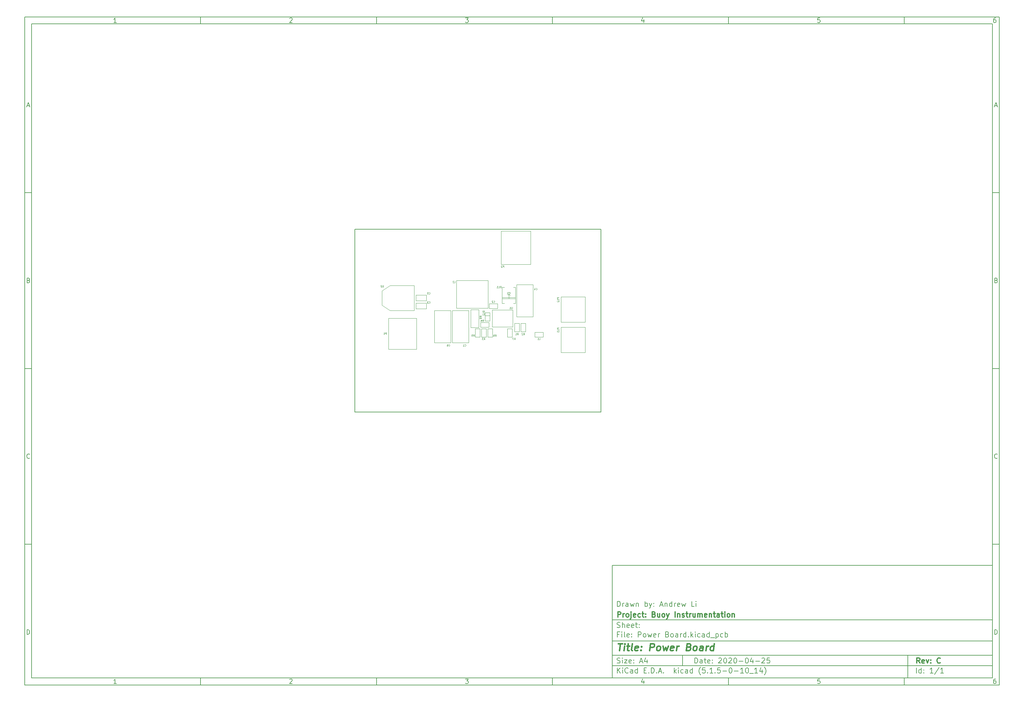
<source format=gbo>
G04 #@! TF.GenerationSoftware,KiCad,Pcbnew,(5.1.5-0-10_14)*
G04 #@! TF.CreationDate,2020-04-26T15:29:48+12:00*
G04 #@! TF.ProjectId,Power Board,506f7765-7220-4426-9f61-72642e6b6963,C*
G04 #@! TF.SameCoordinates,Original*
G04 #@! TF.FileFunction,Legend,Bot*
G04 #@! TF.FilePolarity,Positive*
%FSLAX46Y46*%
G04 Gerber Fmt 4.6, Leading zero omitted, Abs format (unit mm)*
G04 Created by KiCad (PCBNEW (5.1.5-0-10_14)) date 2020-04-26 15:29:48*
%MOMM*%
%LPD*%
G04 APERTURE LIST*
%ADD10C,0.100000*%
%ADD11C,0.150000*%
%ADD12C,0.300000*%
%ADD13C,0.400000*%
%ADD14C,0.200000*%
%ADD15C,0.109220*%
G04 APERTURE END LIST*
D10*
D11*
X177002200Y-166007200D02*
X177002200Y-198007200D01*
X285002200Y-198007200D01*
X285002200Y-166007200D01*
X177002200Y-166007200D01*
D10*
D11*
X10000000Y-10000000D02*
X10000000Y-200007200D01*
X287002200Y-200007200D01*
X287002200Y-10000000D01*
X10000000Y-10000000D01*
D10*
D11*
X12000000Y-12000000D02*
X12000000Y-198007200D01*
X285002200Y-198007200D01*
X285002200Y-12000000D01*
X12000000Y-12000000D01*
D10*
D11*
X60000000Y-12000000D02*
X60000000Y-10000000D01*
D10*
D11*
X110000000Y-12000000D02*
X110000000Y-10000000D01*
D10*
D11*
X160000000Y-12000000D02*
X160000000Y-10000000D01*
D10*
D11*
X210000000Y-12000000D02*
X210000000Y-10000000D01*
D10*
D11*
X260000000Y-12000000D02*
X260000000Y-10000000D01*
D10*
D11*
X36065476Y-11588095D02*
X35322619Y-11588095D01*
X35694047Y-11588095D02*
X35694047Y-10288095D01*
X35570238Y-10473809D01*
X35446428Y-10597619D01*
X35322619Y-10659523D01*
D10*
D11*
X85322619Y-10411904D02*
X85384523Y-10350000D01*
X85508333Y-10288095D01*
X85817857Y-10288095D01*
X85941666Y-10350000D01*
X86003571Y-10411904D01*
X86065476Y-10535714D01*
X86065476Y-10659523D01*
X86003571Y-10845238D01*
X85260714Y-11588095D01*
X86065476Y-11588095D01*
D10*
D11*
X135260714Y-10288095D02*
X136065476Y-10288095D01*
X135632142Y-10783333D01*
X135817857Y-10783333D01*
X135941666Y-10845238D01*
X136003571Y-10907142D01*
X136065476Y-11030952D01*
X136065476Y-11340476D01*
X136003571Y-11464285D01*
X135941666Y-11526190D01*
X135817857Y-11588095D01*
X135446428Y-11588095D01*
X135322619Y-11526190D01*
X135260714Y-11464285D01*
D10*
D11*
X185941666Y-10721428D02*
X185941666Y-11588095D01*
X185632142Y-10226190D02*
X185322619Y-11154761D01*
X186127380Y-11154761D01*
D10*
D11*
X236003571Y-10288095D02*
X235384523Y-10288095D01*
X235322619Y-10907142D01*
X235384523Y-10845238D01*
X235508333Y-10783333D01*
X235817857Y-10783333D01*
X235941666Y-10845238D01*
X236003571Y-10907142D01*
X236065476Y-11030952D01*
X236065476Y-11340476D01*
X236003571Y-11464285D01*
X235941666Y-11526190D01*
X235817857Y-11588095D01*
X235508333Y-11588095D01*
X235384523Y-11526190D01*
X235322619Y-11464285D01*
D10*
D11*
X285941666Y-10288095D02*
X285694047Y-10288095D01*
X285570238Y-10350000D01*
X285508333Y-10411904D01*
X285384523Y-10597619D01*
X285322619Y-10845238D01*
X285322619Y-11340476D01*
X285384523Y-11464285D01*
X285446428Y-11526190D01*
X285570238Y-11588095D01*
X285817857Y-11588095D01*
X285941666Y-11526190D01*
X286003571Y-11464285D01*
X286065476Y-11340476D01*
X286065476Y-11030952D01*
X286003571Y-10907142D01*
X285941666Y-10845238D01*
X285817857Y-10783333D01*
X285570238Y-10783333D01*
X285446428Y-10845238D01*
X285384523Y-10907142D01*
X285322619Y-11030952D01*
D10*
D11*
X60000000Y-198007200D02*
X60000000Y-200007200D01*
D10*
D11*
X110000000Y-198007200D02*
X110000000Y-200007200D01*
D10*
D11*
X160000000Y-198007200D02*
X160000000Y-200007200D01*
D10*
D11*
X210000000Y-198007200D02*
X210000000Y-200007200D01*
D10*
D11*
X260000000Y-198007200D02*
X260000000Y-200007200D01*
D10*
D11*
X36065476Y-199595295D02*
X35322619Y-199595295D01*
X35694047Y-199595295D02*
X35694047Y-198295295D01*
X35570238Y-198481009D01*
X35446428Y-198604819D01*
X35322619Y-198666723D01*
D10*
D11*
X85322619Y-198419104D02*
X85384523Y-198357200D01*
X85508333Y-198295295D01*
X85817857Y-198295295D01*
X85941666Y-198357200D01*
X86003571Y-198419104D01*
X86065476Y-198542914D01*
X86065476Y-198666723D01*
X86003571Y-198852438D01*
X85260714Y-199595295D01*
X86065476Y-199595295D01*
D10*
D11*
X135260714Y-198295295D02*
X136065476Y-198295295D01*
X135632142Y-198790533D01*
X135817857Y-198790533D01*
X135941666Y-198852438D01*
X136003571Y-198914342D01*
X136065476Y-199038152D01*
X136065476Y-199347676D01*
X136003571Y-199471485D01*
X135941666Y-199533390D01*
X135817857Y-199595295D01*
X135446428Y-199595295D01*
X135322619Y-199533390D01*
X135260714Y-199471485D01*
D10*
D11*
X185941666Y-198728628D02*
X185941666Y-199595295D01*
X185632142Y-198233390D02*
X185322619Y-199161961D01*
X186127380Y-199161961D01*
D10*
D11*
X236003571Y-198295295D02*
X235384523Y-198295295D01*
X235322619Y-198914342D01*
X235384523Y-198852438D01*
X235508333Y-198790533D01*
X235817857Y-198790533D01*
X235941666Y-198852438D01*
X236003571Y-198914342D01*
X236065476Y-199038152D01*
X236065476Y-199347676D01*
X236003571Y-199471485D01*
X235941666Y-199533390D01*
X235817857Y-199595295D01*
X235508333Y-199595295D01*
X235384523Y-199533390D01*
X235322619Y-199471485D01*
D10*
D11*
X285941666Y-198295295D02*
X285694047Y-198295295D01*
X285570238Y-198357200D01*
X285508333Y-198419104D01*
X285384523Y-198604819D01*
X285322619Y-198852438D01*
X285322619Y-199347676D01*
X285384523Y-199471485D01*
X285446428Y-199533390D01*
X285570238Y-199595295D01*
X285817857Y-199595295D01*
X285941666Y-199533390D01*
X286003571Y-199471485D01*
X286065476Y-199347676D01*
X286065476Y-199038152D01*
X286003571Y-198914342D01*
X285941666Y-198852438D01*
X285817857Y-198790533D01*
X285570238Y-198790533D01*
X285446428Y-198852438D01*
X285384523Y-198914342D01*
X285322619Y-199038152D01*
D10*
D11*
X10000000Y-60000000D02*
X12000000Y-60000000D01*
D10*
D11*
X10000000Y-110000000D02*
X12000000Y-110000000D01*
D10*
D11*
X10000000Y-160000000D02*
X12000000Y-160000000D01*
D10*
D11*
X10690476Y-35216666D02*
X11309523Y-35216666D01*
X10566666Y-35588095D02*
X11000000Y-34288095D01*
X11433333Y-35588095D01*
D10*
D11*
X11092857Y-84907142D02*
X11278571Y-84969047D01*
X11340476Y-85030952D01*
X11402380Y-85154761D01*
X11402380Y-85340476D01*
X11340476Y-85464285D01*
X11278571Y-85526190D01*
X11154761Y-85588095D01*
X10659523Y-85588095D01*
X10659523Y-84288095D01*
X11092857Y-84288095D01*
X11216666Y-84350000D01*
X11278571Y-84411904D01*
X11340476Y-84535714D01*
X11340476Y-84659523D01*
X11278571Y-84783333D01*
X11216666Y-84845238D01*
X11092857Y-84907142D01*
X10659523Y-84907142D01*
D10*
D11*
X11402380Y-135464285D02*
X11340476Y-135526190D01*
X11154761Y-135588095D01*
X11030952Y-135588095D01*
X10845238Y-135526190D01*
X10721428Y-135402380D01*
X10659523Y-135278571D01*
X10597619Y-135030952D01*
X10597619Y-134845238D01*
X10659523Y-134597619D01*
X10721428Y-134473809D01*
X10845238Y-134350000D01*
X11030952Y-134288095D01*
X11154761Y-134288095D01*
X11340476Y-134350000D01*
X11402380Y-134411904D01*
D10*
D11*
X10659523Y-185588095D02*
X10659523Y-184288095D01*
X10969047Y-184288095D01*
X11154761Y-184350000D01*
X11278571Y-184473809D01*
X11340476Y-184597619D01*
X11402380Y-184845238D01*
X11402380Y-185030952D01*
X11340476Y-185278571D01*
X11278571Y-185402380D01*
X11154761Y-185526190D01*
X10969047Y-185588095D01*
X10659523Y-185588095D01*
D10*
D11*
X287002200Y-60000000D02*
X285002200Y-60000000D01*
D10*
D11*
X287002200Y-110000000D02*
X285002200Y-110000000D01*
D10*
D11*
X287002200Y-160000000D02*
X285002200Y-160000000D01*
D10*
D11*
X285692676Y-35216666D02*
X286311723Y-35216666D01*
X285568866Y-35588095D02*
X286002200Y-34288095D01*
X286435533Y-35588095D01*
D10*
D11*
X286095057Y-84907142D02*
X286280771Y-84969047D01*
X286342676Y-85030952D01*
X286404580Y-85154761D01*
X286404580Y-85340476D01*
X286342676Y-85464285D01*
X286280771Y-85526190D01*
X286156961Y-85588095D01*
X285661723Y-85588095D01*
X285661723Y-84288095D01*
X286095057Y-84288095D01*
X286218866Y-84350000D01*
X286280771Y-84411904D01*
X286342676Y-84535714D01*
X286342676Y-84659523D01*
X286280771Y-84783333D01*
X286218866Y-84845238D01*
X286095057Y-84907142D01*
X285661723Y-84907142D01*
D10*
D11*
X286404580Y-135464285D02*
X286342676Y-135526190D01*
X286156961Y-135588095D01*
X286033152Y-135588095D01*
X285847438Y-135526190D01*
X285723628Y-135402380D01*
X285661723Y-135278571D01*
X285599819Y-135030952D01*
X285599819Y-134845238D01*
X285661723Y-134597619D01*
X285723628Y-134473809D01*
X285847438Y-134350000D01*
X286033152Y-134288095D01*
X286156961Y-134288095D01*
X286342676Y-134350000D01*
X286404580Y-134411904D01*
D10*
D11*
X285661723Y-185588095D02*
X285661723Y-184288095D01*
X285971247Y-184288095D01*
X286156961Y-184350000D01*
X286280771Y-184473809D01*
X286342676Y-184597619D01*
X286404580Y-184845238D01*
X286404580Y-185030952D01*
X286342676Y-185278571D01*
X286280771Y-185402380D01*
X286156961Y-185526190D01*
X285971247Y-185588095D01*
X285661723Y-185588095D01*
D10*
D11*
X200434342Y-193785771D02*
X200434342Y-192285771D01*
X200791485Y-192285771D01*
X201005771Y-192357200D01*
X201148628Y-192500057D01*
X201220057Y-192642914D01*
X201291485Y-192928628D01*
X201291485Y-193142914D01*
X201220057Y-193428628D01*
X201148628Y-193571485D01*
X201005771Y-193714342D01*
X200791485Y-193785771D01*
X200434342Y-193785771D01*
X202577200Y-193785771D02*
X202577200Y-193000057D01*
X202505771Y-192857200D01*
X202362914Y-192785771D01*
X202077200Y-192785771D01*
X201934342Y-192857200D01*
X202577200Y-193714342D02*
X202434342Y-193785771D01*
X202077200Y-193785771D01*
X201934342Y-193714342D01*
X201862914Y-193571485D01*
X201862914Y-193428628D01*
X201934342Y-193285771D01*
X202077200Y-193214342D01*
X202434342Y-193214342D01*
X202577200Y-193142914D01*
X203077200Y-192785771D02*
X203648628Y-192785771D01*
X203291485Y-192285771D02*
X203291485Y-193571485D01*
X203362914Y-193714342D01*
X203505771Y-193785771D01*
X203648628Y-193785771D01*
X204720057Y-193714342D02*
X204577200Y-193785771D01*
X204291485Y-193785771D01*
X204148628Y-193714342D01*
X204077200Y-193571485D01*
X204077200Y-193000057D01*
X204148628Y-192857200D01*
X204291485Y-192785771D01*
X204577200Y-192785771D01*
X204720057Y-192857200D01*
X204791485Y-193000057D01*
X204791485Y-193142914D01*
X204077200Y-193285771D01*
X205434342Y-193642914D02*
X205505771Y-193714342D01*
X205434342Y-193785771D01*
X205362914Y-193714342D01*
X205434342Y-193642914D01*
X205434342Y-193785771D01*
X205434342Y-192857200D02*
X205505771Y-192928628D01*
X205434342Y-193000057D01*
X205362914Y-192928628D01*
X205434342Y-192857200D01*
X205434342Y-193000057D01*
X207220057Y-192428628D02*
X207291485Y-192357200D01*
X207434342Y-192285771D01*
X207791485Y-192285771D01*
X207934342Y-192357200D01*
X208005771Y-192428628D01*
X208077200Y-192571485D01*
X208077200Y-192714342D01*
X208005771Y-192928628D01*
X207148628Y-193785771D01*
X208077200Y-193785771D01*
X209005771Y-192285771D02*
X209148628Y-192285771D01*
X209291485Y-192357200D01*
X209362914Y-192428628D01*
X209434342Y-192571485D01*
X209505771Y-192857200D01*
X209505771Y-193214342D01*
X209434342Y-193500057D01*
X209362914Y-193642914D01*
X209291485Y-193714342D01*
X209148628Y-193785771D01*
X209005771Y-193785771D01*
X208862914Y-193714342D01*
X208791485Y-193642914D01*
X208720057Y-193500057D01*
X208648628Y-193214342D01*
X208648628Y-192857200D01*
X208720057Y-192571485D01*
X208791485Y-192428628D01*
X208862914Y-192357200D01*
X209005771Y-192285771D01*
X210077200Y-192428628D02*
X210148628Y-192357200D01*
X210291485Y-192285771D01*
X210648628Y-192285771D01*
X210791485Y-192357200D01*
X210862914Y-192428628D01*
X210934342Y-192571485D01*
X210934342Y-192714342D01*
X210862914Y-192928628D01*
X210005771Y-193785771D01*
X210934342Y-193785771D01*
X211862914Y-192285771D02*
X212005771Y-192285771D01*
X212148628Y-192357200D01*
X212220057Y-192428628D01*
X212291485Y-192571485D01*
X212362914Y-192857200D01*
X212362914Y-193214342D01*
X212291485Y-193500057D01*
X212220057Y-193642914D01*
X212148628Y-193714342D01*
X212005771Y-193785771D01*
X211862914Y-193785771D01*
X211720057Y-193714342D01*
X211648628Y-193642914D01*
X211577200Y-193500057D01*
X211505771Y-193214342D01*
X211505771Y-192857200D01*
X211577200Y-192571485D01*
X211648628Y-192428628D01*
X211720057Y-192357200D01*
X211862914Y-192285771D01*
X213005771Y-193214342D02*
X214148628Y-193214342D01*
X215148628Y-192285771D02*
X215291485Y-192285771D01*
X215434342Y-192357200D01*
X215505771Y-192428628D01*
X215577200Y-192571485D01*
X215648628Y-192857200D01*
X215648628Y-193214342D01*
X215577200Y-193500057D01*
X215505771Y-193642914D01*
X215434342Y-193714342D01*
X215291485Y-193785771D01*
X215148628Y-193785771D01*
X215005771Y-193714342D01*
X214934342Y-193642914D01*
X214862914Y-193500057D01*
X214791485Y-193214342D01*
X214791485Y-192857200D01*
X214862914Y-192571485D01*
X214934342Y-192428628D01*
X215005771Y-192357200D01*
X215148628Y-192285771D01*
X216934342Y-192785771D02*
X216934342Y-193785771D01*
X216577200Y-192214342D02*
X216220057Y-193285771D01*
X217148628Y-193285771D01*
X217720057Y-193214342D02*
X218862914Y-193214342D01*
X219505771Y-192428628D02*
X219577200Y-192357200D01*
X219720057Y-192285771D01*
X220077200Y-192285771D01*
X220220057Y-192357200D01*
X220291485Y-192428628D01*
X220362914Y-192571485D01*
X220362914Y-192714342D01*
X220291485Y-192928628D01*
X219434342Y-193785771D01*
X220362914Y-193785771D01*
X221720057Y-192285771D02*
X221005771Y-192285771D01*
X220934342Y-193000057D01*
X221005771Y-192928628D01*
X221148628Y-192857200D01*
X221505771Y-192857200D01*
X221648628Y-192928628D01*
X221720057Y-193000057D01*
X221791485Y-193142914D01*
X221791485Y-193500057D01*
X221720057Y-193642914D01*
X221648628Y-193714342D01*
X221505771Y-193785771D01*
X221148628Y-193785771D01*
X221005771Y-193714342D01*
X220934342Y-193642914D01*
D10*
D11*
X177002200Y-194507200D02*
X285002200Y-194507200D01*
D10*
D11*
X178434342Y-196585771D02*
X178434342Y-195085771D01*
X179291485Y-196585771D02*
X178648628Y-195728628D01*
X179291485Y-195085771D02*
X178434342Y-195942914D01*
X179934342Y-196585771D02*
X179934342Y-195585771D01*
X179934342Y-195085771D02*
X179862914Y-195157200D01*
X179934342Y-195228628D01*
X180005771Y-195157200D01*
X179934342Y-195085771D01*
X179934342Y-195228628D01*
X181505771Y-196442914D02*
X181434342Y-196514342D01*
X181220057Y-196585771D01*
X181077200Y-196585771D01*
X180862914Y-196514342D01*
X180720057Y-196371485D01*
X180648628Y-196228628D01*
X180577200Y-195942914D01*
X180577200Y-195728628D01*
X180648628Y-195442914D01*
X180720057Y-195300057D01*
X180862914Y-195157200D01*
X181077200Y-195085771D01*
X181220057Y-195085771D01*
X181434342Y-195157200D01*
X181505771Y-195228628D01*
X182791485Y-196585771D02*
X182791485Y-195800057D01*
X182720057Y-195657200D01*
X182577200Y-195585771D01*
X182291485Y-195585771D01*
X182148628Y-195657200D01*
X182791485Y-196514342D02*
X182648628Y-196585771D01*
X182291485Y-196585771D01*
X182148628Y-196514342D01*
X182077200Y-196371485D01*
X182077200Y-196228628D01*
X182148628Y-196085771D01*
X182291485Y-196014342D01*
X182648628Y-196014342D01*
X182791485Y-195942914D01*
X184148628Y-196585771D02*
X184148628Y-195085771D01*
X184148628Y-196514342D02*
X184005771Y-196585771D01*
X183720057Y-196585771D01*
X183577200Y-196514342D01*
X183505771Y-196442914D01*
X183434342Y-196300057D01*
X183434342Y-195871485D01*
X183505771Y-195728628D01*
X183577200Y-195657200D01*
X183720057Y-195585771D01*
X184005771Y-195585771D01*
X184148628Y-195657200D01*
X186005771Y-195800057D02*
X186505771Y-195800057D01*
X186720057Y-196585771D02*
X186005771Y-196585771D01*
X186005771Y-195085771D01*
X186720057Y-195085771D01*
X187362914Y-196442914D02*
X187434342Y-196514342D01*
X187362914Y-196585771D01*
X187291485Y-196514342D01*
X187362914Y-196442914D01*
X187362914Y-196585771D01*
X188077200Y-196585771D02*
X188077200Y-195085771D01*
X188434342Y-195085771D01*
X188648628Y-195157200D01*
X188791485Y-195300057D01*
X188862914Y-195442914D01*
X188934342Y-195728628D01*
X188934342Y-195942914D01*
X188862914Y-196228628D01*
X188791485Y-196371485D01*
X188648628Y-196514342D01*
X188434342Y-196585771D01*
X188077200Y-196585771D01*
X189577200Y-196442914D02*
X189648628Y-196514342D01*
X189577200Y-196585771D01*
X189505771Y-196514342D01*
X189577200Y-196442914D01*
X189577200Y-196585771D01*
X190220057Y-196157200D02*
X190934342Y-196157200D01*
X190077200Y-196585771D02*
X190577200Y-195085771D01*
X191077200Y-196585771D01*
X191577200Y-196442914D02*
X191648628Y-196514342D01*
X191577200Y-196585771D01*
X191505771Y-196514342D01*
X191577200Y-196442914D01*
X191577200Y-196585771D01*
X194577200Y-196585771D02*
X194577200Y-195085771D01*
X194720057Y-196014342D02*
X195148628Y-196585771D01*
X195148628Y-195585771D02*
X194577200Y-196157200D01*
X195791485Y-196585771D02*
X195791485Y-195585771D01*
X195791485Y-195085771D02*
X195720057Y-195157200D01*
X195791485Y-195228628D01*
X195862914Y-195157200D01*
X195791485Y-195085771D01*
X195791485Y-195228628D01*
X197148628Y-196514342D02*
X197005771Y-196585771D01*
X196720057Y-196585771D01*
X196577200Y-196514342D01*
X196505771Y-196442914D01*
X196434342Y-196300057D01*
X196434342Y-195871485D01*
X196505771Y-195728628D01*
X196577200Y-195657200D01*
X196720057Y-195585771D01*
X197005771Y-195585771D01*
X197148628Y-195657200D01*
X198434342Y-196585771D02*
X198434342Y-195800057D01*
X198362914Y-195657200D01*
X198220057Y-195585771D01*
X197934342Y-195585771D01*
X197791485Y-195657200D01*
X198434342Y-196514342D02*
X198291485Y-196585771D01*
X197934342Y-196585771D01*
X197791485Y-196514342D01*
X197720057Y-196371485D01*
X197720057Y-196228628D01*
X197791485Y-196085771D01*
X197934342Y-196014342D01*
X198291485Y-196014342D01*
X198434342Y-195942914D01*
X199791485Y-196585771D02*
X199791485Y-195085771D01*
X199791485Y-196514342D02*
X199648628Y-196585771D01*
X199362914Y-196585771D01*
X199220057Y-196514342D01*
X199148628Y-196442914D01*
X199077200Y-196300057D01*
X199077200Y-195871485D01*
X199148628Y-195728628D01*
X199220057Y-195657200D01*
X199362914Y-195585771D01*
X199648628Y-195585771D01*
X199791485Y-195657200D01*
X202077200Y-197157200D02*
X202005771Y-197085771D01*
X201862914Y-196871485D01*
X201791485Y-196728628D01*
X201720057Y-196514342D01*
X201648628Y-196157200D01*
X201648628Y-195871485D01*
X201720057Y-195514342D01*
X201791485Y-195300057D01*
X201862914Y-195157200D01*
X202005771Y-194942914D01*
X202077200Y-194871485D01*
X203362914Y-195085771D02*
X202648628Y-195085771D01*
X202577200Y-195800057D01*
X202648628Y-195728628D01*
X202791485Y-195657200D01*
X203148628Y-195657200D01*
X203291485Y-195728628D01*
X203362914Y-195800057D01*
X203434342Y-195942914D01*
X203434342Y-196300057D01*
X203362914Y-196442914D01*
X203291485Y-196514342D01*
X203148628Y-196585771D01*
X202791485Y-196585771D01*
X202648628Y-196514342D01*
X202577200Y-196442914D01*
X204077200Y-196442914D02*
X204148628Y-196514342D01*
X204077200Y-196585771D01*
X204005771Y-196514342D01*
X204077200Y-196442914D01*
X204077200Y-196585771D01*
X205577200Y-196585771D02*
X204720057Y-196585771D01*
X205148628Y-196585771D02*
X205148628Y-195085771D01*
X205005771Y-195300057D01*
X204862914Y-195442914D01*
X204720057Y-195514342D01*
X206220057Y-196442914D02*
X206291485Y-196514342D01*
X206220057Y-196585771D01*
X206148628Y-196514342D01*
X206220057Y-196442914D01*
X206220057Y-196585771D01*
X207648628Y-195085771D02*
X206934342Y-195085771D01*
X206862914Y-195800057D01*
X206934342Y-195728628D01*
X207077200Y-195657200D01*
X207434342Y-195657200D01*
X207577200Y-195728628D01*
X207648628Y-195800057D01*
X207720057Y-195942914D01*
X207720057Y-196300057D01*
X207648628Y-196442914D01*
X207577200Y-196514342D01*
X207434342Y-196585771D01*
X207077200Y-196585771D01*
X206934342Y-196514342D01*
X206862914Y-196442914D01*
X208362914Y-196014342D02*
X209505771Y-196014342D01*
X210505771Y-195085771D02*
X210648628Y-195085771D01*
X210791485Y-195157200D01*
X210862914Y-195228628D01*
X210934342Y-195371485D01*
X211005771Y-195657200D01*
X211005771Y-196014342D01*
X210934342Y-196300057D01*
X210862914Y-196442914D01*
X210791485Y-196514342D01*
X210648628Y-196585771D01*
X210505771Y-196585771D01*
X210362914Y-196514342D01*
X210291485Y-196442914D01*
X210220057Y-196300057D01*
X210148628Y-196014342D01*
X210148628Y-195657200D01*
X210220057Y-195371485D01*
X210291485Y-195228628D01*
X210362914Y-195157200D01*
X210505771Y-195085771D01*
X211648628Y-196014342D02*
X212791485Y-196014342D01*
X214291485Y-196585771D02*
X213434342Y-196585771D01*
X213862914Y-196585771D02*
X213862914Y-195085771D01*
X213720057Y-195300057D01*
X213577200Y-195442914D01*
X213434342Y-195514342D01*
X215220057Y-195085771D02*
X215362914Y-195085771D01*
X215505771Y-195157200D01*
X215577200Y-195228628D01*
X215648628Y-195371485D01*
X215720057Y-195657200D01*
X215720057Y-196014342D01*
X215648628Y-196300057D01*
X215577200Y-196442914D01*
X215505771Y-196514342D01*
X215362914Y-196585771D01*
X215220057Y-196585771D01*
X215077200Y-196514342D01*
X215005771Y-196442914D01*
X214934342Y-196300057D01*
X214862914Y-196014342D01*
X214862914Y-195657200D01*
X214934342Y-195371485D01*
X215005771Y-195228628D01*
X215077200Y-195157200D01*
X215220057Y-195085771D01*
X216005771Y-196728628D02*
X217148628Y-196728628D01*
X218291485Y-196585771D02*
X217434342Y-196585771D01*
X217862914Y-196585771D02*
X217862914Y-195085771D01*
X217720057Y-195300057D01*
X217577200Y-195442914D01*
X217434342Y-195514342D01*
X219577200Y-195585771D02*
X219577200Y-196585771D01*
X219220057Y-195014342D02*
X218862914Y-196085771D01*
X219791485Y-196085771D01*
X220220057Y-197157200D02*
X220291485Y-197085771D01*
X220434342Y-196871485D01*
X220505771Y-196728628D01*
X220577200Y-196514342D01*
X220648628Y-196157200D01*
X220648628Y-195871485D01*
X220577200Y-195514342D01*
X220505771Y-195300057D01*
X220434342Y-195157200D01*
X220291485Y-194942914D01*
X220220057Y-194871485D01*
D10*
D11*
X177002200Y-191507200D02*
X285002200Y-191507200D01*
D10*
D12*
X264411485Y-193785771D02*
X263911485Y-193071485D01*
X263554342Y-193785771D02*
X263554342Y-192285771D01*
X264125771Y-192285771D01*
X264268628Y-192357200D01*
X264340057Y-192428628D01*
X264411485Y-192571485D01*
X264411485Y-192785771D01*
X264340057Y-192928628D01*
X264268628Y-193000057D01*
X264125771Y-193071485D01*
X263554342Y-193071485D01*
X265625771Y-193714342D02*
X265482914Y-193785771D01*
X265197200Y-193785771D01*
X265054342Y-193714342D01*
X264982914Y-193571485D01*
X264982914Y-193000057D01*
X265054342Y-192857200D01*
X265197200Y-192785771D01*
X265482914Y-192785771D01*
X265625771Y-192857200D01*
X265697200Y-193000057D01*
X265697200Y-193142914D01*
X264982914Y-193285771D01*
X266197200Y-192785771D02*
X266554342Y-193785771D01*
X266911485Y-192785771D01*
X267482914Y-193642914D02*
X267554342Y-193714342D01*
X267482914Y-193785771D01*
X267411485Y-193714342D01*
X267482914Y-193642914D01*
X267482914Y-193785771D01*
X267482914Y-192857200D02*
X267554342Y-192928628D01*
X267482914Y-193000057D01*
X267411485Y-192928628D01*
X267482914Y-192857200D01*
X267482914Y-193000057D01*
X270197200Y-193642914D02*
X270125771Y-193714342D01*
X269911485Y-193785771D01*
X269768628Y-193785771D01*
X269554342Y-193714342D01*
X269411485Y-193571485D01*
X269340057Y-193428628D01*
X269268628Y-193142914D01*
X269268628Y-192928628D01*
X269340057Y-192642914D01*
X269411485Y-192500057D01*
X269554342Y-192357200D01*
X269768628Y-192285771D01*
X269911485Y-192285771D01*
X270125771Y-192357200D01*
X270197200Y-192428628D01*
D10*
D11*
X178362914Y-193714342D02*
X178577200Y-193785771D01*
X178934342Y-193785771D01*
X179077200Y-193714342D01*
X179148628Y-193642914D01*
X179220057Y-193500057D01*
X179220057Y-193357200D01*
X179148628Y-193214342D01*
X179077200Y-193142914D01*
X178934342Y-193071485D01*
X178648628Y-193000057D01*
X178505771Y-192928628D01*
X178434342Y-192857200D01*
X178362914Y-192714342D01*
X178362914Y-192571485D01*
X178434342Y-192428628D01*
X178505771Y-192357200D01*
X178648628Y-192285771D01*
X179005771Y-192285771D01*
X179220057Y-192357200D01*
X179862914Y-193785771D02*
X179862914Y-192785771D01*
X179862914Y-192285771D02*
X179791485Y-192357200D01*
X179862914Y-192428628D01*
X179934342Y-192357200D01*
X179862914Y-192285771D01*
X179862914Y-192428628D01*
X180434342Y-192785771D02*
X181220057Y-192785771D01*
X180434342Y-193785771D01*
X181220057Y-193785771D01*
X182362914Y-193714342D02*
X182220057Y-193785771D01*
X181934342Y-193785771D01*
X181791485Y-193714342D01*
X181720057Y-193571485D01*
X181720057Y-193000057D01*
X181791485Y-192857200D01*
X181934342Y-192785771D01*
X182220057Y-192785771D01*
X182362914Y-192857200D01*
X182434342Y-193000057D01*
X182434342Y-193142914D01*
X181720057Y-193285771D01*
X183077200Y-193642914D02*
X183148628Y-193714342D01*
X183077200Y-193785771D01*
X183005771Y-193714342D01*
X183077200Y-193642914D01*
X183077200Y-193785771D01*
X183077200Y-192857200D02*
X183148628Y-192928628D01*
X183077200Y-193000057D01*
X183005771Y-192928628D01*
X183077200Y-192857200D01*
X183077200Y-193000057D01*
X184862914Y-193357200D02*
X185577200Y-193357200D01*
X184720057Y-193785771D02*
X185220057Y-192285771D01*
X185720057Y-193785771D01*
X186862914Y-192785771D02*
X186862914Y-193785771D01*
X186505771Y-192214342D02*
X186148628Y-193285771D01*
X187077200Y-193285771D01*
D10*
D11*
X263434342Y-196585771D02*
X263434342Y-195085771D01*
X264791485Y-196585771D02*
X264791485Y-195085771D01*
X264791485Y-196514342D02*
X264648628Y-196585771D01*
X264362914Y-196585771D01*
X264220057Y-196514342D01*
X264148628Y-196442914D01*
X264077200Y-196300057D01*
X264077200Y-195871485D01*
X264148628Y-195728628D01*
X264220057Y-195657200D01*
X264362914Y-195585771D01*
X264648628Y-195585771D01*
X264791485Y-195657200D01*
X265505771Y-196442914D02*
X265577200Y-196514342D01*
X265505771Y-196585771D01*
X265434342Y-196514342D01*
X265505771Y-196442914D01*
X265505771Y-196585771D01*
X265505771Y-195657200D02*
X265577200Y-195728628D01*
X265505771Y-195800057D01*
X265434342Y-195728628D01*
X265505771Y-195657200D01*
X265505771Y-195800057D01*
X268148628Y-196585771D02*
X267291485Y-196585771D01*
X267720057Y-196585771D02*
X267720057Y-195085771D01*
X267577200Y-195300057D01*
X267434342Y-195442914D01*
X267291485Y-195514342D01*
X269862914Y-195014342D02*
X268577200Y-196942914D01*
X271148628Y-196585771D02*
X270291485Y-196585771D01*
X270720057Y-196585771D02*
X270720057Y-195085771D01*
X270577200Y-195300057D01*
X270434342Y-195442914D01*
X270291485Y-195514342D01*
D10*
D11*
X177002200Y-187507200D02*
X285002200Y-187507200D01*
D10*
D13*
X178714580Y-188211961D02*
X179857438Y-188211961D01*
X179036009Y-190211961D02*
X179286009Y-188211961D01*
X180274104Y-190211961D02*
X180440771Y-188878628D01*
X180524104Y-188211961D02*
X180416961Y-188307200D01*
X180500295Y-188402438D01*
X180607438Y-188307200D01*
X180524104Y-188211961D01*
X180500295Y-188402438D01*
X181107438Y-188878628D02*
X181869342Y-188878628D01*
X181476485Y-188211961D02*
X181262200Y-189926247D01*
X181333628Y-190116723D01*
X181512200Y-190211961D01*
X181702676Y-190211961D01*
X182655057Y-190211961D02*
X182476485Y-190116723D01*
X182405057Y-189926247D01*
X182619342Y-188211961D01*
X184190771Y-190116723D02*
X183988390Y-190211961D01*
X183607438Y-190211961D01*
X183428866Y-190116723D01*
X183357438Y-189926247D01*
X183452676Y-189164342D01*
X183571723Y-188973866D01*
X183774104Y-188878628D01*
X184155057Y-188878628D01*
X184333628Y-188973866D01*
X184405057Y-189164342D01*
X184381247Y-189354819D01*
X183405057Y-189545295D01*
X185155057Y-190021485D02*
X185238390Y-190116723D01*
X185131247Y-190211961D01*
X185047914Y-190116723D01*
X185155057Y-190021485D01*
X185131247Y-190211961D01*
X185286009Y-188973866D02*
X185369342Y-189069104D01*
X185262200Y-189164342D01*
X185178866Y-189069104D01*
X185286009Y-188973866D01*
X185262200Y-189164342D01*
X187607438Y-190211961D02*
X187857438Y-188211961D01*
X188619342Y-188211961D01*
X188797914Y-188307200D01*
X188881247Y-188402438D01*
X188952676Y-188592914D01*
X188916961Y-188878628D01*
X188797914Y-189069104D01*
X188690771Y-189164342D01*
X188488390Y-189259580D01*
X187726485Y-189259580D01*
X189893152Y-190211961D02*
X189714580Y-190116723D01*
X189631247Y-190021485D01*
X189559819Y-189831009D01*
X189631247Y-189259580D01*
X189750295Y-189069104D01*
X189857438Y-188973866D01*
X190059819Y-188878628D01*
X190345533Y-188878628D01*
X190524104Y-188973866D01*
X190607438Y-189069104D01*
X190678866Y-189259580D01*
X190607438Y-189831009D01*
X190488390Y-190021485D01*
X190381247Y-190116723D01*
X190178866Y-190211961D01*
X189893152Y-190211961D01*
X191393152Y-188878628D02*
X191607438Y-190211961D01*
X192107438Y-189259580D01*
X192369342Y-190211961D01*
X192916961Y-188878628D01*
X194286009Y-190116723D02*
X194083628Y-190211961D01*
X193702676Y-190211961D01*
X193524104Y-190116723D01*
X193452676Y-189926247D01*
X193547914Y-189164342D01*
X193666961Y-188973866D01*
X193869342Y-188878628D01*
X194250295Y-188878628D01*
X194428866Y-188973866D01*
X194500295Y-189164342D01*
X194476485Y-189354819D01*
X193500295Y-189545295D01*
X195226485Y-190211961D02*
X195393152Y-188878628D01*
X195345533Y-189259580D02*
X195464580Y-189069104D01*
X195571723Y-188973866D01*
X195774104Y-188878628D01*
X195964580Y-188878628D01*
X198786009Y-189164342D02*
X199059819Y-189259580D01*
X199143152Y-189354819D01*
X199214580Y-189545295D01*
X199178866Y-189831009D01*
X199059819Y-190021485D01*
X198952676Y-190116723D01*
X198750295Y-190211961D01*
X197988390Y-190211961D01*
X198238390Y-188211961D01*
X198905057Y-188211961D01*
X199083628Y-188307200D01*
X199166961Y-188402438D01*
X199238390Y-188592914D01*
X199214580Y-188783390D01*
X199095533Y-188973866D01*
X198988390Y-189069104D01*
X198786009Y-189164342D01*
X198119342Y-189164342D01*
X200274104Y-190211961D02*
X200095533Y-190116723D01*
X200012200Y-190021485D01*
X199940771Y-189831009D01*
X200012200Y-189259580D01*
X200131247Y-189069104D01*
X200238390Y-188973866D01*
X200440771Y-188878628D01*
X200726485Y-188878628D01*
X200905057Y-188973866D01*
X200988390Y-189069104D01*
X201059819Y-189259580D01*
X200988390Y-189831009D01*
X200869342Y-190021485D01*
X200762200Y-190116723D01*
X200559819Y-190211961D01*
X200274104Y-190211961D01*
X202655057Y-190211961D02*
X202786009Y-189164342D01*
X202714580Y-188973866D01*
X202536009Y-188878628D01*
X202155057Y-188878628D01*
X201952676Y-188973866D01*
X202666961Y-190116723D02*
X202464580Y-190211961D01*
X201988390Y-190211961D01*
X201809819Y-190116723D01*
X201738390Y-189926247D01*
X201762200Y-189735771D01*
X201881247Y-189545295D01*
X202083628Y-189450057D01*
X202559819Y-189450057D01*
X202762200Y-189354819D01*
X203607438Y-190211961D02*
X203774104Y-188878628D01*
X203726485Y-189259580D02*
X203845533Y-189069104D01*
X203952676Y-188973866D01*
X204155057Y-188878628D01*
X204345533Y-188878628D01*
X205702676Y-190211961D02*
X205952676Y-188211961D01*
X205714580Y-190116723D02*
X205512200Y-190211961D01*
X205131247Y-190211961D01*
X204952676Y-190116723D01*
X204869342Y-190021485D01*
X204797914Y-189831009D01*
X204869342Y-189259580D01*
X204988390Y-189069104D01*
X205095533Y-188973866D01*
X205297914Y-188878628D01*
X205678866Y-188878628D01*
X205857438Y-188973866D01*
D10*
D11*
X178934342Y-185600057D02*
X178434342Y-185600057D01*
X178434342Y-186385771D02*
X178434342Y-184885771D01*
X179148628Y-184885771D01*
X179720057Y-186385771D02*
X179720057Y-185385771D01*
X179720057Y-184885771D02*
X179648628Y-184957200D01*
X179720057Y-185028628D01*
X179791485Y-184957200D01*
X179720057Y-184885771D01*
X179720057Y-185028628D01*
X180648628Y-186385771D02*
X180505771Y-186314342D01*
X180434342Y-186171485D01*
X180434342Y-184885771D01*
X181791485Y-186314342D02*
X181648628Y-186385771D01*
X181362914Y-186385771D01*
X181220057Y-186314342D01*
X181148628Y-186171485D01*
X181148628Y-185600057D01*
X181220057Y-185457200D01*
X181362914Y-185385771D01*
X181648628Y-185385771D01*
X181791485Y-185457200D01*
X181862914Y-185600057D01*
X181862914Y-185742914D01*
X181148628Y-185885771D01*
X182505771Y-186242914D02*
X182577200Y-186314342D01*
X182505771Y-186385771D01*
X182434342Y-186314342D01*
X182505771Y-186242914D01*
X182505771Y-186385771D01*
X182505771Y-185457200D02*
X182577200Y-185528628D01*
X182505771Y-185600057D01*
X182434342Y-185528628D01*
X182505771Y-185457200D01*
X182505771Y-185600057D01*
X184362914Y-186385771D02*
X184362914Y-184885771D01*
X184934342Y-184885771D01*
X185077200Y-184957200D01*
X185148628Y-185028628D01*
X185220057Y-185171485D01*
X185220057Y-185385771D01*
X185148628Y-185528628D01*
X185077200Y-185600057D01*
X184934342Y-185671485D01*
X184362914Y-185671485D01*
X186077200Y-186385771D02*
X185934342Y-186314342D01*
X185862914Y-186242914D01*
X185791485Y-186100057D01*
X185791485Y-185671485D01*
X185862914Y-185528628D01*
X185934342Y-185457200D01*
X186077200Y-185385771D01*
X186291485Y-185385771D01*
X186434342Y-185457200D01*
X186505771Y-185528628D01*
X186577200Y-185671485D01*
X186577200Y-186100057D01*
X186505771Y-186242914D01*
X186434342Y-186314342D01*
X186291485Y-186385771D01*
X186077200Y-186385771D01*
X187077200Y-185385771D02*
X187362914Y-186385771D01*
X187648628Y-185671485D01*
X187934342Y-186385771D01*
X188220057Y-185385771D01*
X189362914Y-186314342D02*
X189220057Y-186385771D01*
X188934342Y-186385771D01*
X188791485Y-186314342D01*
X188720057Y-186171485D01*
X188720057Y-185600057D01*
X188791485Y-185457200D01*
X188934342Y-185385771D01*
X189220057Y-185385771D01*
X189362914Y-185457200D01*
X189434342Y-185600057D01*
X189434342Y-185742914D01*
X188720057Y-185885771D01*
X190077200Y-186385771D02*
X190077200Y-185385771D01*
X190077200Y-185671485D02*
X190148628Y-185528628D01*
X190220057Y-185457200D01*
X190362914Y-185385771D01*
X190505771Y-185385771D01*
X192648628Y-185600057D02*
X192862914Y-185671485D01*
X192934342Y-185742914D01*
X193005771Y-185885771D01*
X193005771Y-186100057D01*
X192934342Y-186242914D01*
X192862914Y-186314342D01*
X192720057Y-186385771D01*
X192148628Y-186385771D01*
X192148628Y-184885771D01*
X192648628Y-184885771D01*
X192791485Y-184957200D01*
X192862914Y-185028628D01*
X192934342Y-185171485D01*
X192934342Y-185314342D01*
X192862914Y-185457200D01*
X192791485Y-185528628D01*
X192648628Y-185600057D01*
X192148628Y-185600057D01*
X193862914Y-186385771D02*
X193720057Y-186314342D01*
X193648628Y-186242914D01*
X193577200Y-186100057D01*
X193577200Y-185671485D01*
X193648628Y-185528628D01*
X193720057Y-185457200D01*
X193862914Y-185385771D01*
X194077200Y-185385771D01*
X194220057Y-185457200D01*
X194291485Y-185528628D01*
X194362914Y-185671485D01*
X194362914Y-186100057D01*
X194291485Y-186242914D01*
X194220057Y-186314342D01*
X194077200Y-186385771D01*
X193862914Y-186385771D01*
X195648628Y-186385771D02*
X195648628Y-185600057D01*
X195577200Y-185457200D01*
X195434342Y-185385771D01*
X195148628Y-185385771D01*
X195005771Y-185457200D01*
X195648628Y-186314342D02*
X195505771Y-186385771D01*
X195148628Y-186385771D01*
X195005771Y-186314342D01*
X194934342Y-186171485D01*
X194934342Y-186028628D01*
X195005771Y-185885771D01*
X195148628Y-185814342D01*
X195505771Y-185814342D01*
X195648628Y-185742914D01*
X196362914Y-186385771D02*
X196362914Y-185385771D01*
X196362914Y-185671485D02*
X196434342Y-185528628D01*
X196505771Y-185457200D01*
X196648628Y-185385771D01*
X196791485Y-185385771D01*
X197934342Y-186385771D02*
X197934342Y-184885771D01*
X197934342Y-186314342D02*
X197791485Y-186385771D01*
X197505771Y-186385771D01*
X197362914Y-186314342D01*
X197291485Y-186242914D01*
X197220057Y-186100057D01*
X197220057Y-185671485D01*
X197291485Y-185528628D01*
X197362914Y-185457200D01*
X197505771Y-185385771D01*
X197791485Y-185385771D01*
X197934342Y-185457200D01*
X198648628Y-186242914D02*
X198720057Y-186314342D01*
X198648628Y-186385771D01*
X198577200Y-186314342D01*
X198648628Y-186242914D01*
X198648628Y-186385771D01*
X199362914Y-186385771D02*
X199362914Y-184885771D01*
X199505771Y-185814342D02*
X199934342Y-186385771D01*
X199934342Y-185385771D02*
X199362914Y-185957200D01*
X200577200Y-186385771D02*
X200577200Y-185385771D01*
X200577200Y-184885771D02*
X200505771Y-184957200D01*
X200577200Y-185028628D01*
X200648628Y-184957200D01*
X200577200Y-184885771D01*
X200577200Y-185028628D01*
X201934342Y-186314342D02*
X201791485Y-186385771D01*
X201505771Y-186385771D01*
X201362914Y-186314342D01*
X201291485Y-186242914D01*
X201220057Y-186100057D01*
X201220057Y-185671485D01*
X201291485Y-185528628D01*
X201362914Y-185457200D01*
X201505771Y-185385771D01*
X201791485Y-185385771D01*
X201934342Y-185457200D01*
X203220057Y-186385771D02*
X203220057Y-185600057D01*
X203148628Y-185457200D01*
X203005771Y-185385771D01*
X202720057Y-185385771D01*
X202577200Y-185457200D01*
X203220057Y-186314342D02*
X203077200Y-186385771D01*
X202720057Y-186385771D01*
X202577200Y-186314342D01*
X202505771Y-186171485D01*
X202505771Y-186028628D01*
X202577200Y-185885771D01*
X202720057Y-185814342D01*
X203077200Y-185814342D01*
X203220057Y-185742914D01*
X204577200Y-186385771D02*
X204577200Y-184885771D01*
X204577200Y-186314342D02*
X204434342Y-186385771D01*
X204148628Y-186385771D01*
X204005771Y-186314342D01*
X203934342Y-186242914D01*
X203862914Y-186100057D01*
X203862914Y-185671485D01*
X203934342Y-185528628D01*
X204005771Y-185457200D01*
X204148628Y-185385771D01*
X204434342Y-185385771D01*
X204577200Y-185457200D01*
X204934342Y-186528628D02*
X206077200Y-186528628D01*
X206434342Y-185385771D02*
X206434342Y-186885771D01*
X206434342Y-185457200D02*
X206577200Y-185385771D01*
X206862914Y-185385771D01*
X207005771Y-185457200D01*
X207077200Y-185528628D01*
X207148628Y-185671485D01*
X207148628Y-186100057D01*
X207077200Y-186242914D01*
X207005771Y-186314342D01*
X206862914Y-186385771D01*
X206577200Y-186385771D01*
X206434342Y-186314342D01*
X208434342Y-186314342D02*
X208291485Y-186385771D01*
X208005771Y-186385771D01*
X207862914Y-186314342D01*
X207791485Y-186242914D01*
X207720057Y-186100057D01*
X207720057Y-185671485D01*
X207791485Y-185528628D01*
X207862914Y-185457200D01*
X208005771Y-185385771D01*
X208291485Y-185385771D01*
X208434342Y-185457200D01*
X209077200Y-186385771D02*
X209077200Y-184885771D01*
X209077200Y-185457200D02*
X209220057Y-185385771D01*
X209505771Y-185385771D01*
X209648628Y-185457200D01*
X209720057Y-185528628D01*
X209791485Y-185671485D01*
X209791485Y-186100057D01*
X209720057Y-186242914D01*
X209648628Y-186314342D01*
X209505771Y-186385771D01*
X209220057Y-186385771D01*
X209077200Y-186314342D01*
D10*
D11*
X177002200Y-181507200D02*
X285002200Y-181507200D01*
D10*
D11*
X178362914Y-183614342D02*
X178577200Y-183685771D01*
X178934342Y-183685771D01*
X179077200Y-183614342D01*
X179148628Y-183542914D01*
X179220057Y-183400057D01*
X179220057Y-183257200D01*
X179148628Y-183114342D01*
X179077200Y-183042914D01*
X178934342Y-182971485D01*
X178648628Y-182900057D01*
X178505771Y-182828628D01*
X178434342Y-182757200D01*
X178362914Y-182614342D01*
X178362914Y-182471485D01*
X178434342Y-182328628D01*
X178505771Y-182257200D01*
X178648628Y-182185771D01*
X179005771Y-182185771D01*
X179220057Y-182257200D01*
X179862914Y-183685771D02*
X179862914Y-182185771D01*
X180505771Y-183685771D02*
X180505771Y-182900057D01*
X180434342Y-182757200D01*
X180291485Y-182685771D01*
X180077200Y-182685771D01*
X179934342Y-182757200D01*
X179862914Y-182828628D01*
X181791485Y-183614342D02*
X181648628Y-183685771D01*
X181362914Y-183685771D01*
X181220057Y-183614342D01*
X181148628Y-183471485D01*
X181148628Y-182900057D01*
X181220057Y-182757200D01*
X181362914Y-182685771D01*
X181648628Y-182685771D01*
X181791485Y-182757200D01*
X181862914Y-182900057D01*
X181862914Y-183042914D01*
X181148628Y-183185771D01*
X183077200Y-183614342D02*
X182934342Y-183685771D01*
X182648628Y-183685771D01*
X182505771Y-183614342D01*
X182434342Y-183471485D01*
X182434342Y-182900057D01*
X182505771Y-182757200D01*
X182648628Y-182685771D01*
X182934342Y-182685771D01*
X183077200Y-182757200D01*
X183148628Y-182900057D01*
X183148628Y-183042914D01*
X182434342Y-183185771D01*
X183577200Y-182685771D02*
X184148628Y-182685771D01*
X183791485Y-182185771D02*
X183791485Y-183471485D01*
X183862914Y-183614342D01*
X184005771Y-183685771D01*
X184148628Y-183685771D01*
X184648628Y-183542914D02*
X184720057Y-183614342D01*
X184648628Y-183685771D01*
X184577200Y-183614342D01*
X184648628Y-183542914D01*
X184648628Y-183685771D01*
X184648628Y-182757200D02*
X184720057Y-182828628D01*
X184648628Y-182900057D01*
X184577200Y-182828628D01*
X184648628Y-182757200D01*
X184648628Y-182900057D01*
D10*
D12*
X178554342Y-180685771D02*
X178554342Y-179185771D01*
X179125771Y-179185771D01*
X179268628Y-179257200D01*
X179340057Y-179328628D01*
X179411485Y-179471485D01*
X179411485Y-179685771D01*
X179340057Y-179828628D01*
X179268628Y-179900057D01*
X179125771Y-179971485D01*
X178554342Y-179971485D01*
X180054342Y-180685771D02*
X180054342Y-179685771D01*
X180054342Y-179971485D02*
X180125771Y-179828628D01*
X180197200Y-179757200D01*
X180340057Y-179685771D01*
X180482914Y-179685771D01*
X181197200Y-180685771D02*
X181054342Y-180614342D01*
X180982914Y-180542914D01*
X180911485Y-180400057D01*
X180911485Y-179971485D01*
X180982914Y-179828628D01*
X181054342Y-179757200D01*
X181197200Y-179685771D01*
X181411485Y-179685771D01*
X181554342Y-179757200D01*
X181625771Y-179828628D01*
X181697200Y-179971485D01*
X181697200Y-180400057D01*
X181625771Y-180542914D01*
X181554342Y-180614342D01*
X181411485Y-180685771D01*
X181197200Y-180685771D01*
X182340057Y-179685771D02*
X182340057Y-180971485D01*
X182268628Y-181114342D01*
X182125771Y-181185771D01*
X182054342Y-181185771D01*
X182340057Y-179185771D02*
X182268628Y-179257200D01*
X182340057Y-179328628D01*
X182411485Y-179257200D01*
X182340057Y-179185771D01*
X182340057Y-179328628D01*
X183625771Y-180614342D02*
X183482914Y-180685771D01*
X183197200Y-180685771D01*
X183054342Y-180614342D01*
X182982914Y-180471485D01*
X182982914Y-179900057D01*
X183054342Y-179757200D01*
X183197200Y-179685771D01*
X183482914Y-179685771D01*
X183625771Y-179757200D01*
X183697200Y-179900057D01*
X183697200Y-180042914D01*
X182982914Y-180185771D01*
X184982914Y-180614342D02*
X184840057Y-180685771D01*
X184554342Y-180685771D01*
X184411485Y-180614342D01*
X184340057Y-180542914D01*
X184268628Y-180400057D01*
X184268628Y-179971485D01*
X184340057Y-179828628D01*
X184411485Y-179757200D01*
X184554342Y-179685771D01*
X184840057Y-179685771D01*
X184982914Y-179757200D01*
X185411485Y-179685771D02*
X185982914Y-179685771D01*
X185625771Y-179185771D02*
X185625771Y-180471485D01*
X185697200Y-180614342D01*
X185840057Y-180685771D01*
X185982914Y-180685771D01*
X186482914Y-180542914D02*
X186554342Y-180614342D01*
X186482914Y-180685771D01*
X186411485Y-180614342D01*
X186482914Y-180542914D01*
X186482914Y-180685771D01*
X186482914Y-179757200D02*
X186554342Y-179828628D01*
X186482914Y-179900057D01*
X186411485Y-179828628D01*
X186482914Y-179757200D01*
X186482914Y-179900057D01*
X188840057Y-179900057D02*
X189054342Y-179971485D01*
X189125771Y-180042914D01*
X189197200Y-180185771D01*
X189197200Y-180400057D01*
X189125771Y-180542914D01*
X189054342Y-180614342D01*
X188911485Y-180685771D01*
X188340057Y-180685771D01*
X188340057Y-179185771D01*
X188840057Y-179185771D01*
X188982914Y-179257200D01*
X189054342Y-179328628D01*
X189125771Y-179471485D01*
X189125771Y-179614342D01*
X189054342Y-179757200D01*
X188982914Y-179828628D01*
X188840057Y-179900057D01*
X188340057Y-179900057D01*
X190482914Y-179685771D02*
X190482914Y-180685771D01*
X189840057Y-179685771D02*
X189840057Y-180471485D01*
X189911485Y-180614342D01*
X190054342Y-180685771D01*
X190268628Y-180685771D01*
X190411485Y-180614342D01*
X190482914Y-180542914D01*
X191411485Y-180685771D02*
X191268628Y-180614342D01*
X191197200Y-180542914D01*
X191125771Y-180400057D01*
X191125771Y-179971485D01*
X191197200Y-179828628D01*
X191268628Y-179757200D01*
X191411485Y-179685771D01*
X191625771Y-179685771D01*
X191768628Y-179757200D01*
X191840057Y-179828628D01*
X191911485Y-179971485D01*
X191911485Y-180400057D01*
X191840057Y-180542914D01*
X191768628Y-180614342D01*
X191625771Y-180685771D01*
X191411485Y-180685771D01*
X192411485Y-179685771D02*
X192768628Y-180685771D01*
X193125771Y-179685771D02*
X192768628Y-180685771D01*
X192625771Y-181042914D01*
X192554342Y-181114342D01*
X192411485Y-181185771D01*
X194840057Y-180685771D02*
X194840057Y-179185771D01*
X195554342Y-179685771D02*
X195554342Y-180685771D01*
X195554342Y-179828628D02*
X195625771Y-179757200D01*
X195768628Y-179685771D01*
X195982914Y-179685771D01*
X196125771Y-179757200D01*
X196197200Y-179900057D01*
X196197200Y-180685771D01*
X196840057Y-180614342D02*
X196982914Y-180685771D01*
X197268628Y-180685771D01*
X197411485Y-180614342D01*
X197482914Y-180471485D01*
X197482914Y-180400057D01*
X197411485Y-180257200D01*
X197268628Y-180185771D01*
X197054342Y-180185771D01*
X196911485Y-180114342D01*
X196840057Y-179971485D01*
X196840057Y-179900057D01*
X196911485Y-179757200D01*
X197054342Y-179685771D01*
X197268628Y-179685771D01*
X197411485Y-179757200D01*
X197911485Y-179685771D02*
X198482914Y-179685771D01*
X198125771Y-179185771D02*
X198125771Y-180471485D01*
X198197200Y-180614342D01*
X198340057Y-180685771D01*
X198482914Y-180685771D01*
X198982914Y-180685771D02*
X198982914Y-179685771D01*
X198982914Y-179971485D02*
X199054342Y-179828628D01*
X199125771Y-179757200D01*
X199268628Y-179685771D01*
X199411485Y-179685771D01*
X200554342Y-179685771D02*
X200554342Y-180685771D01*
X199911485Y-179685771D02*
X199911485Y-180471485D01*
X199982914Y-180614342D01*
X200125771Y-180685771D01*
X200340057Y-180685771D01*
X200482914Y-180614342D01*
X200554342Y-180542914D01*
X201268628Y-180685771D02*
X201268628Y-179685771D01*
X201268628Y-179828628D02*
X201340057Y-179757200D01*
X201482914Y-179685771D01*
X201697200Y-179685771D01*
X201840057Y-179757200D01*
X201911485Y-179900057D01*
X201911485Y-180685771D01*
X201911485Y-179900057D02*
X201982914Y-179757200D01*
X202125771Y-179685771D01*
X202340057Y-179685771D01*
X202482914Y-179757200D01*
X202554342Y-179900057D01*
X202554342Y-180685771D01*
X203840057Y-180614342D02*
X203697200Y-180685771D01*
X203411485Y-180685771D01*
X203268628Y-180614342D01*
X203197200Y-180471485D01*
X203197200Y-179900057D01*
X203268628Y-179757200D01*
X203411485Y-179685771D01*
X203697200Y-179685771D01*
X203840057Y-179757200D01*
X203911485Y-179900057D01*
X203911485Y-180042914D01*
X203197200Y-180185771D01*
X204554342Y-179685771D02*
X204554342Y-180685771D01*
X204554342Y-179828628D02*
X204625771Y-179757200D01*
X204768628Y-179685771D01*
X204982914Y-179685771D01*
X205125771Y-179757200D01*
X205197200Y-179900057D01*
X205197200Y-180685771D01*
X205697200Y-179685771D02*
X206268628Y-179685771D01*
X205911485Y-179185771D02*
X205911485Y-180471485D01*
X205982914Y-180614342D01*
X206125771Y-180685771D01*
X206268628Y-180685771D01*
X207411485Y-180685771D02*
X207411485Y-179900057D01*
X207340057Y-179757200D01*
X207197200Y-179685771D01*
X206911485Y-179685771D01*
X206768628Y-179757200D01*
X207411485Y-180614342D02*
X207268628Y-180685771D01*
X206911485Y-180685771D01*
X206768628Y-180614342D01*
X206697200Y-180471485D01*
X206697200Y-180328628D01*
X206768628Y-180185771D01*
X206911485Y-180114342D01*
X207268628Y-180114342D01*
X207411485Y-180042914D01*
X207911485Y-179685771D02*
X208482914Y-179685771D01*
X208125771Y-179185771D02*
X208125771Y-180471485D01*
X208197200Y-180614342D01*
X208340057Y-180685771D01*
X208482914Y-180685771D01*
X208982914Y-180685771D02*
X208982914Y-179685771D01*
X208982914Y-179185771D02*
X208911485Y-179257200D01*
X208982914Y-179328628D01*
X209054342Y-179257200D01*
X208982914Y-179185771D01*
X208982914Y-179328628D01*
X209911485Y-180685771D02*
X209768628Y-180614342D01*
X209697200Y-180542914D01*
X209625771Y-180400057D01*
X209625771Y-179971485D01*
X209697200Y-179828628D01*
X209768628Y-179757200D01*
X209911485Y-179685771D01*
X210125771Y-179685771D01*
X210268628Y-179757200D01*
X210340057Y-179828628D01*
X210411485Y-179971485D01*
X210411485Y-180400057D01*
X210340057Y-180542914D01*
X210268628Y-180614342D01*
X210125771Y-180685771D01*
X209911485Y-180685771D01*
X211054342Y-179685771D02*
X211054342Y-180685771D01*
X211054342Y-179828628D02*
X211125771Y-179757200D01*
X211268628Y-179685771D01*
X211482914Y-179685771D01*
X211625771Y-179757200D01*
X211697200Y-179900057D01*
X211697200Y-180685771D01*
D10*
D11*
X178434342Y-177685771D02*
X178434342Y-176185771D01*
X178791485Y-176185771D01*
X179005771Y-176257200D01*
X179148628Y-176400057D01*
X179220057Y-176542914D01*
X179291485Y-176828628D01*
X179291485Y-177042914D01*
X179220057Y-177328628D01*
X179148628Y-177471485D01*
X179005771Y-177614342D01*
X178791485Y-177685771D01*
X178434342Y-177685771D01*
X179934342Y-177685771D02*
X179934342Y-176685771D01*
X179934342Y-176971485D02*
X180005771Y-176828628D01*
X180077200Y-176757200D01*
X180220057Y-176685771D01*
X180362914Y-176685771D01*
X181505771Y-177685771D02*
X181505771Y-176900057D01*
X181434342Y-176757200D01*
X181291485Y-176685771D01*
X181005771Y-176685771D01*
X180862914Y-176757200D01*
X181505771Y-177614342D02*
X181362914Y-177685771D01*
X181005771Y-177685771D01*
X180862914Y-177614342D01*
X180791485Y-177471485D01*
X180791485Y-177328628D01*
X180862914Y-177185771D01*
X181005771Y-177114342D01*
X181362914Y-177114342D01*
X181505771Y-177042914D01*
X182077200Y-176685771D02*
X182362914Y-177685771D01*
X182648628Y-176971485D01*
X182934342Y-177685771D01*
X183220057Y-176685771D01*
X183791485Y-176685771D02*
X183791485Y-177685771D01*
X183791485Y-176828628D02*
X183862914Y-176757200D01*
X184005771Y-176685771D01*
X184220057Y-176685771D01*
X184362914Y-176757200D01*
X184434342Y-176900057D01*
X184434342Y-177685771D01*
X186291485Y-177685771D02*
X186291485Y-176185771D01*
X186291485Y-176757200D02*
X186434342Y-176685771D01*
X186720057Y-176685771D01*
X186862914Y-176757200D01*
X186934342Y-176828628D01*
X187005771Y-176971485D01*
X187005771Y-177400057D01*
X186934342Y-177542914D01*
X186862914Y-177614342D01*
X186720057Y-177685771D01*
X186434342Y-177685771D01*
X186291485Y-177614342D01*
X187505771Y-176685771D02*
X187862914Y-177685771D01*
X188220057Y-176685771D02*
X187862914Y-177685771D01*
X187720057Y-178042914D01*
X187648628Y-178114342D01*
X187505771Y-178185771D01*
X188791485Y-177542914D02*
X188862914Y-177614342D01*
X188791485Y-177685771D01*
X188720057Y-177614342D01*
X188791485Y-177542914D01*
X188791485Y-177685771D01*
X188791485Y-176757200D02*
X188862914Y-176828628D01*
X188791485Y-176900057D01*
X188720057Y-176828628D01*
X188791485Y-176757200D01*
X188791485Y-176900057D01*
X190577200Y-177257200D02*
X191291485Y-177257200D01*
X190434342Y-177685771D02*
X190934342Y-176185771D01*
X191434342Y-177685771D01*
X191934342Y-176685771D02*
X191934342Y-177685771D01*
X191934342Y-176828628D02*
X192005771Y-176757200D01*
X192148628Y-176685771D01*
X192362914Y-176685771D01*
X192505771Y-176757200D01*
X192577200Y-176900057D01*
X192577200Y-177685771D01*
X193934342Y-177685771D02*
X193934342Y-176185771D01*
X193934342Y-177614342D02*
X193791485Y-177685771D01*
X193505771Y-177685771D01*
X193362914Y-177614342D01*
X193291485Y-177542914D01*
X193220057Y-177400057D01*
X193220057Y-176971485D01*
X193291485Y-176828628D01*
X193362914Y-176757200D01*
X193505771Y-176685771D01*
X193791485Y-176685771D01*
X193934342Y-176757200D01*
X194648628Y-177685771D02*
X194648628Y-176685771D01*
X194648628Y-176971485D02*
X194720057Y-176828628D01*
X194791485Y-176757200D01*
X194934342Y-176685771D01*
X195077200Y-176685771D01*
X196148628Y-177614342D02*
X196005771Y-177685771D01*
X195720057Y-177685771D01*
X195577200Y-177614342D01*
X195505771Y-177471485D01*
X195505771Y-176900057D01*
X195577200Y-176757200D01*
X195720057Y-176685771D01*
X196005771Y-176685771D01*
X196148628Y-176757200D01*
X196220057Y-176900057D01*
X196220057Y-177042914D01*
X195505771Y-177185771D01*
X196720057Y-176685771D02*
X197005771Y-177685771D01*
X197291485Y-176971485D01*
X197577200Y-177685771D01*
X197862914Y-176685771D01*
X200291485Y-177685771D02*
X199577200Y-177685771D01*
X199577200Y-176185771D01*
X200791485Y-177685771D02*
X200791485Y-176685771D01*
X200791485Y-176185771D02*
X200720057Y-176257200D01*
X200791485Y-176328628D01*
X200862914Y-176257200D01*
X200791485Y-176185771D01*
X200791485Y-176328628D01*
D10*
D11*
X197002200Y-191507200D02*
X197002200Y-194507200D01*
D10*
D11*
X261002200Y-191507200D02*
X261002200Y-198007200D01*
D14*
X173800000Y-122400000D02*
X173800000Y-70400000D01*
X103800000Y-70400000D02*
X103800000Y-122400000D01*
X173800000Y-70400000D02*
X103800000Y-70400000D01*
X103800000Y-122400000D02*
X173800000Y-122400000D01*
D10*
X153820000Y-70920000D02*
X145380000Y-70920000D01*
X153820000Y-80380000D02*
X145380000Y-80380000D01*
X153820000Y-80380000D02*
X153820000Y-70920000D01*
X145380000Y-70920000D02*
X145380000Y-80380000D01*
X141650000Y-84960000D02*
X132670000Y-84960000D01*
X141650000Y-92840000D02*
X132670000Y-92840000D01*
X132670000Y-84960000D02*
X132670000Y-92840000D01*
X141650000Y-92840000D02*
X141650000Y-84960000D01*
X121370000Y-95676000D02*
X113370000Y-95676000D01*
X121370000Y-104476000D02*
X121370000Y-95676000D01*
X113370000Y-104476000D02*
X121370000Y-104476000D01*
X113370000Y-95676000D02*
X113370000Y-104476000D01*
X111506000Y-91948000D02*
X113792000Y-93472000D01*
X111506000Y-87884000D02*
X111506000Y-91948000D01*
X113792000Y-86360000D02*
X111506000Y-87884000D01*
X120650000Y-93472000D02*
X113792000Y-93472000D01*
X120650000Y-86360000D02*
X120650000Y-93472000D01*
X113792000Y-86360000D02*
X120650000Y-86360000D01*
X147574000Y-89027000D02*
X147574000Y-90136980D01*
X147891500Y-89027000D02*
X148048980Y-89184480D01*
X147574000Y-89027000D02*
X147891500Y-89027000D01*
X147256500Y-89027000D02*
X147099020Y-88869520D01*
X147574000Y-89027000D02*
X147256500Y-89027000D01*
X148048980Y-88392000D02*
X147574000Y-89027000D01*
X147574000Y-88392000D02*
X148048980Y-88392000D01*
X147099020Y-88392000D02*
X147574000Y-88392000D01*
X147574000Y-89027000D02*
X147099020Y-88392000D01*
X146304000Y-86868000D02*
X145669000Y-86868000D01*
X149479000Y-91440000D02*
X148844000Y-91440000D01*
X149479000Y-86868000D02*
X149479000Y-91440000D01*
X148844000Y-86868000D02*
X149479000Y-86868000D01*
X149479000Y-90144600D02*
X145669000Y-90144600D01*
X149479000Y-89814400D02*
X145669000Y-89814400D01*
X145669000Y-91440000D02*
X146304000Y-91440000D01*
X145669000Y-86868000D02*
X145669000Y-91440000D01*
X147574000Y-88392000D02*
X147574000Y-88188800D01*
X142856000Y-93358000D02*
X142856000Y-98158000D01*
X148736000Y-93358000D02*
X148736000Y-98158000D01*
X142856000Y-98158000D02*
X148736000Y-98158000D01*
X148736000Y-93358000D02*
X142856000Y-93358000D01*
X169302000Y-89618000D02*
X169302000Y-96818000D01*
X162402000Y-89618000D02*
X169302000Y-89618000D01*
X162402000Y-96818000D02*
X162402000Y-89618000D01*
X169302000Y-96818000D02*
X162402000Y-96818000D01*
X169302000Y-98254000D02*
X169302000Y-105454000D01*
X162402000Y-98254000D02*
X169302000Y-98254000D01*
X162402000Y-105454000D02*
X162402000Y-98254000D01*
X169302000Y-105454000D02*
X162402000Y-105454000D01*
X136779000Y-93218000D02*
X136779000Y-98298000D01*
X136779000Y-98298000D02*
X139065000Y-98298000D01*
X139065000Y-93218000D02*
X139065000Y-98298000D01*
X136779000Y-93218000D02*
X139065000Y-93218000D01*
X121202000Y-90696000D02*
X124162000Y-90696000D01*
X124162000Y-90696000D02*
X124162000Y-89136000D01*
X124162000Y-89136000D02*
X121202000Y-89136000D01*
X121192000Y-90696000D02*
X121192000Y-89136000D01*
X121202000Y-92982000D02*
X124162000Y-92982000D01*
X124162000Y-92982000D02*
X124162000Y-91422000D01*
X124162000Y-91422000D02*
X121202000Y-91422000D01*
X121192000Y-92982000D02*
X121192000Y-91422000D01*
X148499500Y-101001500D02*
X148499500Y-98642500D01*
X147156500Y-101002000D02*
X147156500Y-98642000D01*
X148498000Y-98642000D02*
X147158000Y-98642000D01*
X148498000Y-101002000D02*
X147158000Y-101002000D01*
X150966500Y-97118500D02*
X150966500Y-99477500D01*
X152309500Y-97118000D02*
X152309500Y-99478000D01*
X150968000Y-99478000D02*
X152308000Y-99478000D01*
X150968000Y-97118000D02*
X152308000Y-97118000D01*
X149188500Y-97118500D02*
X149188500Y-99477500D01*
X150531500Y-97118000D02*
X150531500Y-99478000D01*
X149190000Y-99478000D02*
X150530000Y-99478000D01*
X149190000Y-97118000D02*
X150530000Y-97118000D01*
X142911500Y-101001500D02*
X142911500Y-98642500D01*
X141568500Y-101002000D02*
X141568500Y-98642000D01*
X142910000Y-98642000D02*
X141570000Y-98642000D01*
X142910000Y-101002000D02*
X141570000Y-101002000D01*
X139355500Y-101001500D02*
X139355500Y-98642500D01*
X138012500Y-101002000D02*
X138012500Y-98642000D01*
X139354000Y-98642000D02*
X138014000Y-98642000D01*
X139354000Y-101002000D02*
X138014000Y-101002000D01*
X139536500Y-98207500D02*
X141895500Y-98207500D01*
X139536000Y-96864500D02*
X141896000Y-96864500D01*
X141896000Y-98206000D02*
X141896000Y-96866000D01*
X139536000Y-98206000D02*
X139536000Y-96866000D01*
X141133500Y-101001500D02*
X141133500Y-98642500D01*
X139790500Y-101002000D02*
X139790500Y-98642000D01*
X141132000Y-98642000D02*
X139792000Y-98642000D01*
X141132000Y-101002000D02*
X139792000Y-101002000D01*
X131538000Y-93474000D02*
X131538000Y-102614000D01*
X136178000Y-93474000D02*
X136178000Y-102614000D01*
X131538000Y-93474000D02*
X136178000Y-93474000D01*
X131538000Y-102614000D02*
X136178000Y-102614000D01*
X126458000Y-93474000D02*
X126458000Y-102614000D01*
X131098000Y-93474000D02*
X131098000Y-102614000D01*
X126458000Y-93474000D02*
X131098000Y-93474000D01*
X126458000Y-102614000D02*
X131098000Y-102614000D01*
X154466000Y-95248000D02*
X154466000Y-86108000D01*
X149826000Y-95248000D02*
X149826000Y-86108000D01*
X154466000Y-95248000D02*
X149826000Y-95248000D01*
X154466000Y-86108000D02*
X149826000Y-86108000D01*
X154944500Y-101059500D02*
X157303500Y-101059500D01*
X154944000Y-99716500D02*
X157304000Y-99716500D01*
X157304000Y-101058000D02*
X157304000Y-99718000D01*
X154944000Y-101058000D02*
X154944000Y-99718000D01*
X144349500Y-91588500D02*
X141990500Y-91588500D01*
X144350000Y-92931500D02*
X141990000Y-92931500D01*
X141990000Y-91590000D02*
X141990000Y-92930000D01*
X144350000Y-91590000D02*
X144350000Y-92930000D01*
X142148000Y-94950000D02*
X140808000Y-94950000D01*
X142149500Y-96429500D02*
X142149500Y-94070500D01*
X140806500Y-96430000D02*
X140806500Y-94070000D01*
X142148000Y-94070000D02*
X140808000Y-94070000D01*
X142148000Y-96430000D02*
X140808000Y-96430000D01*
X146169047Y-81226190D02*
X146169047Y-80726190D01*
X145978571Y-80726190D01*
X145930952Y-80750000D01*
X145907142Y-80773809D01*
X145883333Y-80821428D01*
X145883333Y-80892857D01*
X145907142Y-80940476D01*
X145930952Y-80964285D01*
X145978571Y-80988095D01*
X146169047Y-80988095D01*
X145692857Y-80773809D02*
X145669047Y-80750000D01*
X145621428Y-80726190D01*
X145502380Y-80726190D01*
X145454761Y-80750000D01*
X145430952Y-80773809D01*
X145407142Y-80821428D01*
X145407142Y-80869047D01*
X145430952Y-80940476D01*
X145716666Y-81226190D01*
X145407142Y-81226190D01*
X132083333Y-85626190D02*
X132321428Y-85626190D01*
X132321428Y-85126190D01*
X131940476Y-85173809D02*
X131916666Y-85150000D01*
X131869047Y-85126190D01*
X131750000Y-85126190D01*
X131702380Y-85150000D01*
X131678571Y-85173809D01*
X131654761Y-85221428D01*
X131654761Y-85269047D01*
X131678571Y-85340476D01*
X131964285Y-85626190D01*
X131654761Y-85626190D01*
X112769047Y-100302190D02*
X112769047Y-99802190D01*
X112578571Y-99802190D01*
X112530952Y-99826000D01*
X112507142Y-99849809D01*
X112483333Y-99897428D01*
X112483333Y-99968857D01*
X112507142Y-100016476D01*
X112530952Y-100040285D01*
X112578571Y-100064095D01*
X112769047Y-100064095D01*
X112007142Y-100302190D02*
X112292857Y-100302190D01*
X112150000Y-100302190D02*
X112150000Y-99802190D01*
X112197619Y-99873619D01*
X112245238Y-99921238D01*
X112292857Y-99945047D01*
X111980952Y-86326190D02*
X111980952Y-86730952D01*
X111957142Y-86778571D01*
X111933333Y-86802380D01*
X111885714Y-86826190D01*
X111790476Y-86826190D01*
X111742857Y-86802380D01*
X111719047Y-86778571D01*
X111695238Y-86730952D01*
X111695238Y-86326190D01*
X111480952Y-86373809D02*
X111457142Y-86350000D01*
X111409523Y-86326190D01*
X111290476Y-86326190D01*
X111242857Y-86350000D01*
X111219047Y-86373809D01*
X111195238Y-86421428D01*
X111195238Y-86469047D01*
X111219047Y-86540476D01*
X111504761Y-86826190D01*
X111195238Y-86826190D01*
X145407142Y-87026190D02*
X145407142Y-86526190D01*
X145288095Y-86526190D01*
X145216666Y-86550000D01*
X145169047Y-86597619D01*
X145145238Y-86645238D01*
X145121428Y-86740476D01*
X145121428Y-86811904D01*
X145145238Y-86907142D01*
X145169047Y-86954761D01*
X145216666Y-87002380D01*
X145288095Y-87026190D01*
X145407142Y-87026190D01*
X144645238Y-87026190D02*
X144930952Y-87026190D01*
X144788095Y-87026190D02*
X144788095Y-86526190D01*
X144835714Y-86597619D01*
X144883333Y-86645238D01*
X144930952Y-86669047D01*
X144169047Y-87026190D02*
X144454761Y-87026190D01*
X144311904Y-87026190D02*
X144311904Y-86526190D01*
X144359523Y-86597619D01*
X144407142Y-86645238D01*
X144454761Y-86669047D01*
X148580952Y-92526190D02*
X148580952Y-92930952D01*
X148557142Y-92978571D01*
X148533333Y-93002380D01*
X148485714Y-93026190D01*
X148390476Y-93026190D01*
X148342857Y-93002380D01*
X148319047Y-92978571D01*
X148295238Y-92930952D01*
X148295238Y-92526190D01*
X147795238Y-93026190D02*
X148080952Y-93026190D01*
X147938095Y-93026190D02*
X147938095Y-92526190D01*
X147985714Y-92597619D01*
X148033333Y-92645238D01*
X148080952Y-92669047D01*
X161826190Y-89792857D02*
X161326190Y-89792857D01*
X161326190Y-89983333D01*
X161350000Y-90030952D01*
X161373809Y-90054761D01*
X161421428Y-90078571D01*
X161492857Y-90078571D01*
X161540476Y-90054761D01*
X161564285Y-90030952D01*
X161588095Y-89983333D01*
X161588095Y-89792857D01*
X161826190Y-90554761D02*
X161826190Y-90269047D01*
X161826190Y-90411904D02*
X161326190Y-90411904D01*
X161397619Y-90364285D01*
X161445238Y-90316666D01*
X161469047Y-90269047D01*
X161373809Y-90745238D02*
X161350000Y-90769047D01*
X161326190Y-90816666D01*
X161326190Y-90935714D01*
X161350000Y-90983333D01*
X161373809Y-91007142D01*
X161421428Y-91030952D01*
X161469047Y-91030952D01*
X161540476Y-91007142D01*
X161826190Y-90721428D01*
X161826190Y-91030952D01*
X161826190Y-98392857D02*
X161326190Y-98392857D01*
X161326190Y-98583333D01*
X161350000Y-98630952D01*
X161373809Y-98654761D01*
X161421428Y-98678571D01*
X161492857Y-98678571D01*
X161540476Y-98654761D01*
X161564285Y-98630952D01*
X161588095Y-98583333D01*
X161588095Y-98392857D01*
X161826190Y-99154761D02*
X161826190Y-98869047D01*
X161826190Y-99011904D02*
X161326190Y-99011904D01*
X161397619Y-98964285D01*
X161445238Y-98916666D01*
X161469047Y-98869047D01*
X161326190Y-99321428D02*
X161326190Y-99630952D01*
X161516666Y-99464285D01*
X161516666Y-99535714D01*
X161540476Y-99583333D01*
X161564285Y-99607142D01*
X161611904Y-99630952D01*
X161730952Y-99630952D01*
X161778571Y-99607142D01*
X161802380Y-99583333D01*
X161826190Y-99535714D01*
X161826190Y-99392857D01*
X161802380Y-99345238D01*
X161778571Y-99321428D01*
X139826190Y-95316666D02*
X139588095Y-95150000D01*
X139826190Y-95030952D02*
X139326190Y-95030952D01*
X139326190Y-95221428D01*
X139350000Y-95269047D01*
X139373809Y-95292857D01*
X139421428Y-95316666D01*
X139492857Y-95316666D01*
X139540476Y-95292857D01*
X139564285Y-95269047D01*
X139588095Y-95221428D01*
X139588095Y-95030952D01*
X139826190Y-95554761D02*
X139826190Y-95650000D01*
X139802380Y-95697619D01*
X139778571Y-95721428D01*
X139707142Y-95769047D01*
X139611904Y-95792857D01*
X139421428Y-95792857D01*
X139373809Y-95769047D01*
X139350000Y-95745238D01*
X139326190Y-95697619D01*
X139326190Y-95602380D01*
X139350000Y-95554761D01*
X139373809Y-95530952D01*
X139421428Y-95507142D01*
X139540476Y-95507142D01*
X139588095Y-95530952D01*
X139611904Y-95554761D01*
X139635714Y-95602380D01*
X139635714Y-95697619D01*
X139611904Y-95745238D01*
X139588095Y-95769047D01*
X139540476Y-95792857D01*
D15*
X124883396Y-88778707D02*
X124907224Y-88802534D01*
X124978707Y-88826362D01*
X125026362Y-88826362D01*
X125097845Y-88802534D01*
X125145500Y-88754879D01*
X125169328Y-88707224D01*
X125193155Y-88611913D01*
X125193155Y-88540430D01*
X125169328Y-88445120D01*
X125145500Y-88397465D01*
X125097845Y-88349810D01*
X125026362Y-88325982D01*
X124978707Y-88325982D01*
X124907224Y-88349810D01*
X124883396Y-88373637D01*
X124430671Y-88325982D02*
X124668948Y-88325982D01*
X124692775Y-88564258D01*
X124668948Y-88540430D01*
X124621292Y-88516603D01*
X124502154Y-88516603D01*
X124454499Y-88540430D01*
X124430671Y-88564258D01*
X124406844Y-88611913D01*
X124406844Y-88731051D01*
X124430671Y-88778707D01*
X124454499Y-88802534D01*
X124502154Y-88826362D01*
X124621292Y-88826362D01*
X124668948Y-88802534D01*
X124692775Y-88778707D01*
X124883396Y-91378707D02*
X124907224Y-91402534D01*
X124978707Y-91426362D01*
X125026362Y-91426362D01*
X125097845Y-91402534D01*
X125145500Y-91354879D01*
X125169328Y-91307224D01*
X125193155Y-91211913D01*
X125193155Y-91140430D01*
X125169328Y-91045120D01*
X125145500Y-90997465D01*
X125097845Y-90949810D01*
X125026362Y-90925982D01*
X124978707Y-90925982D01*
X124907224Y-90949810D01*
X124883396Y-90973637D01*
X124716603Y-90925982D02*
X124406844Y-90925982D01*
X124573637Y-91116603D01*
X124502154Y-91116603D01*
X124454499Y-91140430D01*
X124430671Y-91164258D01*
X124406844Y-91211913D01*
X124406844Y-91331051D01*
X124430671Y-91378707D01*
X124454499Y-91402534D01*
X124502154Y-91426362D01*
X124645120Y-91426362D01*
X124692775Y-91402534D01*
X124716603Y-91378707D01*
D10*
X149083333Y-101826190D02*
X149250000Y-101588095D01*
X149369047Y-101826190D02*
X149369047Y-101326190D01*
X149178571Y-101326190D01*
X149130952Y-101350000D01*
X149107142Y-101373809D01*
X149083333Y-101421428D01*
X149083333Y-101492857D01*
X149107142Y-101540476D01*
X149130952Y-101564285D01*
X149178571Y-101588095D01*
X149369047Y-101588095D01*
X148916666Y-101326190D02*
X148583333Y-101326190D01*
X148797619Y-101826190D01*
X151721333Y-100426190D02*
X151888000Y-100188095D01*
X152007047Y-100426190D02*
X152007047Y-99926190D01*
X151816571Y-99926190D01*
X151768952Y-99950000D01*
X151745142Y-99973809D01*
X151721333Y-100021428D01*
X151721333Y-100092857D01*
X151745142Y-100140476D01*
X151768952Y-100164285D01*
X151816571Y-100188095D01*
X152007047Y-100188095D01*
X151530857Y-99973809D02*
X151507047Y-99950000D01*
X151459428Y-99926190D01*
X151340380Y-99926190D01*
X151292761Y-99950000D01*
X151268952Y-99973809D01*
X151245142Y-100021428D01*
X151245142Y-100069047D01*
X151268952Y-100140476D01*
X151554666Y-100426190D01*
X151245142Y-100426190D01*
X149943333Y-100426190D02*
X150110000Y-100188095D01*
X150229047Y-100426190D02*
X150229047Y-99926190D01*
X150038571Y-99926190D01*
X149990952Y-99950000D01*
X149967142Y-99973809D01*
X149943333Y-100021428D01*
X149943333Y-100092857D01*
X149967142Y-100140476D01*
X149990952Y-100164285D01*
X150038571Y-100188095D01*
X150229047Y-100188095D01*
X149467142Y-100426190D02*
X149752857Y-100426190D01*
X149610000Y-100426190D02*
X149610000Y-99926190D01*
X149657619Y-99997619D01*
X149705238Y-100045238D01*
X149752857Y-100069047D01*
X143683333Y-100826190D02*
X143850000Y-100588095D01*
X143969047Y-100826190D02*
X143969047Y-100326190D01*
X143778571Y-100326190D01*
X143730952Y-100350000D01*
X143707142Y-100373809D01*
X143683333Y-100421428D01*
X143683333Y-100492857D01*
X143707142Y-100540476D01*
X143730952Y-100564285D01*
X143778571Y-100588095D01*
X143969047Y-100588095D01*
X143254761Y-100326190D02*
X143350000Y-100326190D01*
X143397619Y-100350000D01*
X143421428Y-100373809D01*
X143469047Y-100445238D01*
X143492857Y-100540476D01*
X143492857Y-100730952D01*
X143469047Y-100778571D01*
X143445238Y-100802380D01*
X143397619Y-100826190D01*
X143302380Y-100826190D01*
X143254761Y-100802380D01*
X143230952Y-100778571D01*
X143207142Y-100730952D01*
X143207142Y-100611904D01*
X143230952Y-100564285D01*
X143254761Y-100540476D01*
X143302380Y-100516666D01*
X143397619Y-100516666D01*
X143445238Y-100540476D01*
X143469047Y-100564285D01*
X143492857Y-100611904D01*
X137483333Y-100826190D02*
X137650000Y-100588095D01*
X137769047Y-100826190D02*
X137769047Y-100326190D01*
X137578571Y-100326190D01*
X137530952Y-100350000D01*
X137507142Y-100373809D01*
X137483333Y-100421428D01*
X137483333Y-100492857D01*
X137507142Y-100540476D01*
X137530952Y-100564285D01*
X137578571Y-100588095D01*
X137769047Y-100588095D01*
X137030952Y-100326190D02*
X137269047Y-100326190D01*
X137292857Y-100564285D01*
X137269047Y-100540476D01*
X137221428Y-100516666D01*
X137102380Y-100516666D01*
X137054761Y-100540476D01*
X137030952Y-100564285D01*
X137007142Y-100611904D01*
X137007142Y-100730952D01*
X137030952Y-100778571D01*
X137054761Y-100802380D01*
X137102380Y-100826190D01*
X137221428Y-100826190D01*
X137269047Y-100802380D01*
X137292857Y-100778571D01*
X140083333Y-96626190D02*
X140250000Y-96388095D01*
X140369047Y-96626190D02*
X140369047Y-96126190D01*
X140178571Y-96126190D01*
X140130952Y-96150000D01*
X140107142Y-96173809D01*
X140083333Y-96221428D01*
X140083333Y-96292857D01*
X140107142Y-96340476D01*
X140130952Y-96364285D01*
X140178571Y-96388095D01*
X140369047Y-96388095D01*
X139654761Y-96292857D02*
X139654761Y-96626190D01*
X139773809Y-96102380D02*
X139892857Y-96459523D01*
X139583333Y-96459523D01*
X140483333Y-101826190D02*
X140650000Y-101588095D01*
X140769047Y-101826190D02*
X140769047Y-101326190D01*
X140578571Y-101326190D01*
X140530952Y-101350000D01*
X140507142Y-101373809D01*
X140483333Y-101421428D01*
X140483333Y-101492857D01*
X140507142Y-101540476D01*
X140530952Y-101564285D01*
X140578571Y-101588095D01*
X140769047Y-101588095D01*
X140316666Y-101326190D02*
X140007142Y-101326190D01*
X140173809Y-101516666D01*
X140102380Y-101516666D01*
X140054761Y-101540476D01*
X140030952Y-101564285D01*
X140007142Y-101611904D01*
X140007142Y-101730952D01*
X140030952Y-101778571D01*
X140054761Y-101802380D01*
X140102380Y-101826190D01*
X140245238Y-101826190D01*
X140292857Y-101802380D01*
X140316666Y-101778571D01*
X135083333Y-103578571D02*
X135107142Y-103602380D01*
X135178571Y-103626190D01*
X135226190Y-103626190D01*
X135297619Y-103602380D01*
X135345238Y-103554761D01*
X135369047Y-103507142D01*
X135392857Y-103411904D01*
X135392857Y-103340476D01*
X135369047Y-103245238D01*
X135345238Y-103197619D01*
X135297619Y-103150000D01*
X135226190Y-103126190D01*
X135178571Y-103126190D01*
X135107142Y-103150000D01*
X135083333Y-103173809D01*
X134607142Y-103626190D02*
X134892857Y-103626190D01*
X134750000Y-103626190D02*
X134750000Y-103126190D01*
X134797619Y-103197619D01*
X134845238Y-103245238D01*
X134892857Y-103269047D01*
X130483333Y-103578571D02*
X130507142Y-103602380D01*
X130578571Y-103626190D01*
X130626190Y-103626190D01*
X130697619Y-103602380D01*
X130745238Y-103554761D01*
X130769047Y-103507142D01*
X130792857Y-103411904D01*
X130792857Y-103340476D01*
X130769047Y-103245238D01*
X130745238Y-103197619D01*
X130697619Y-103150000D01*
X130626190Y-103126190D01*
X130578571Y-103126190D01*
X130507142Y-103150000D01*
X130483333Y-103173809D01*
X130054761Y-103126190D02*
X130150000Y-103126190D01*
X130197619Y-103150000D01*
X130221428Y-103173809D01*
X130269047Y-103245238D01*
X130292857Y-103340476D01*
X130292857Y-103530952D01*
X130269047Y-103578571D01*
X130245238Y-103602380D01*
X130197619Y-103626190D01*
X130102380Y-103626190D01*
X130054761Y-103602380D01*
X130030952Y-103578571D01*
X130007142Y-103530952D01*
X130007142Y-103411904D01*
X130030952Y-103364285D01*
X130054761Y-103340476D01*
X130102380Y-103316666D01*
X130197619Y-103316666D01*
X130245238Y-103340476D01*
X130269047Y-103364285D01*
X130292857Y-103411904D01*
X155283333Y-87578571D02*
X155307142Y-87602380D01*
X155378571Y-87626190D01*
X155426190Y-87626190D01*
X155497619Y-87602380D01*
X155545238Y-87554761D01*
X155569047Y-87507142D01*
X155592857Y-87411904D01*
X155592857Y-87340476D01*
X155569047Y-87245238D01*
X155545238Y-87197619D01*
X155497619Y-87150000D01*
X155426190Y-87126190D01*
X155378571Y-87126190D01*
X155307142Y-87150000D01*
X155283333Y-87173809D01*
X154854761Y-87292857D02*
X154854761Y-87626190D01*
X154973809Y-87102380D02*
X155092857Y-87459523D01*
X154783333Y-87459523D01*
X156207333Y-101826190D02*
X156445428Y-101826190D01*
X156445428Y-101326190D01*
X155778761Y-101826190D02*
X156064476Y-101826190D01*
X155921619Y-101826190D02*
X155921619Y-101326190D01*
X155969238Y-101397619D01*
X156016857Y-101445238D01*
X156064476Y-101469047D01*
X143253333Y-91178571D02*
X143277142Y-91202380D01*
X143348571Y-91226190D01*
X143396190Y-91226190D01*
X143467619Y-91202380D01*
X143515238Y-91154761D01*
X143539047Y-91107142D01*
X143562857Y-91011904D01*
X143562857Y-90940476D01*
X143539047Y-90845238D01*
X143515238Y-90797619D01*
X143467619Y-90750000D01*
X143396190Y-90726190D01*
X143348571Y-90726190D01*
X143277142Y-90750000D01*
X143253333Y-90773809D01*
X143062857Y-90773809D02*
X143039047Y-90750000D01*
X142991428Y-90726190D01*
X142872380Y-90726190D01*
X142824761Y-90750000D01*
X142800952Y-90773809D01*
X142777142Y-90821428D01*
X142777142Y-90869047D01*
X142800952Y-90940476D01*
X143086666Y-91226190D01*
X142777142Y-91226190D01*
X140626190Y-93592857D02*
X140126190Y-93592857D01*
X140126190Y-93711904D01*
X140150000Y-93783333D01*
X140197619Y-93830952D01*
X140245238Y-93854761D01*
X140340476Y-93878571D01*
X140411904Y-93878571D01*
X140507142Y-93854761D01*
X140554761Y-93830952D01*
X140602380Y-93783333D01*
X140626190Y-93711904D01*
X140626190Y-93592857D01*
X140626190Y-94354761D02*
X140626190Y-94069047D01*
X140626190Y-94211904D02*
X140126190Y-94211904D01*
X140197619Y-94164285D01*
X140245238Y-94116666D01*
X140269047Y-94069047D01*
X140173809Y-94545238D02*
X140150000Y-94569047D01*
X140126190Y-94616666D01*
X140126190Y-94735714D01*
X140150000Y-94783333D01*
X140173809Y-94807142D01*
X140221428Y-94830952D01*
X140269047Y-94830952D01*
X140340476Y-94807142D01*
X140626190Y-94521428D01*
X140626190Y-94830952D01*
M02*

</source>
